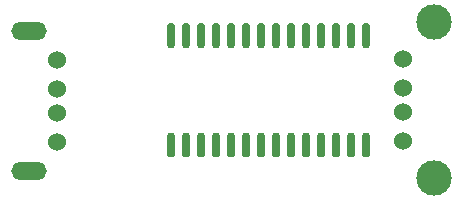
<source format=gbp>
G04 #@! TF.GenerationSoftware,KiCad,Pcbnew,(5.1.2)-1*
G04 #@! TF.CreationDate,2021-07-24T10:23:43+09:00*
G04 #@! TF.ProjectId,PS2USB,50533255-5342-42e6-9b69-6361645f7063,v2.1*
G04 #@! TF.SameCoordinates,Original*
G04 #@! TF.FileFunction,Paste,Bot*
G04 #@! TF.FilePolarity,Positive*
%FSLAX46Y46*%
G04 Gerber Fmt 4.6, Leading zero omitted, Abs format (unit mm)*
G04 Created by KiCad (PCBNEW (5.1.2)-1) date 2021-07-24 10:23:43*
%MOMM*%
%LPD*%
G04 APERTURE LIST*
%ADD10C,1.524000*%
%ADD11O,3.000000X1.500000*%
%ADD12C,3.000000*%
%ADD13C,0.050000*%
%ADD14C,0.600000*%
G04 APERTURE END LIST*
D10*
X77700000Y-95100000D03*
X77700000Y-92600000D03*
X77700000Y-90600000D03*
X77700000Y-88100000D03*
D11*
X75300000Y-85700000D03*
X75300000Y-97500000D03*
D10*
X107000000Y-95000000D03*
X107000000Y-92500000D03*
X107000000Y-90500000D03*
X107000000Y-88000000D03*
D12*
X109600000Y-98070000D03*
X109600000Y-84930000D03*
D13*
G36*
X87509703Y-85025722D02*
G01*
X87524264Y-85027882D01*
X87538543Y-85031459D01*
X87552403Y-85036418D01*
X87565710Y-85042712D01*
X87578336Y-85050280D01*
X87590159Y-85059048D01*
X87601066Y-85068934D01*
X87610952Y-85079841D01*
X87619720Y-85091664D01*
X87627288Y-85104290D01*
X87633582Y-85117597D01*
X87638541Y-85131457D01*
X87642118Y-85145736D01*
X87644278Y-85160297D01*
X87645000Y-85175000D01*
X87645000Y-86925000D01*
X87644278Y-86939703D01*
X87642118Y-86954264D01*
X87638541Y-86968543D01*
X87633582Y-86982403D01*
X87627288Y-86995710D01*
X87619720Y-87008336D01*
X87610952Y-87020159D01*
X87601066Y-87031066D01*
X87590159Y-87040952D01*
X87578336Y-87049720D01*
X87565710Y-87057288D01*
X87552403Y-87063582D01*
X87538543Y-87068541D01*
X87524264Y-87072118D01*
X87509703Y-87074278D01*
X87495000Y-87075000D01*
X87195000Y-87075000D01*
X87180297Y-87074278D01*
X87165736Y-87072118D01*
X87151457Y-87068541D01*
X87137597Y-87063582D01*
X87124290Y-87057288D01*
X87111664Y-87049720D01*
X87099841Y-87040952D01*
X87088934Y-87031066D01*
X87079048Y-87020159D01*
X87070280Y-87008336D01*
X87062712Y-86995710D01*
X87056418Y-86982403D01*
X87051459Y-86968543D01*
X87047882Y-86954264D01*
X87045722Y-86939703D01*
X87045000Y-86925000D01*
X87045000Y-85175000D01*
X87045722Y-85160297D01*
X87047882Y-85145736D01*
X87051459Y-85131457D01*
X87056418Y-85117597D01*
X87062712Y-85104290D01*
X87070280Y-85091664D01*
X87079048Y-85079841D01*
X87088934Y-85068934D01*
X87099841Y-85059048D01*
X87111664Y-85050280D01*
X87124290Y-85042712D01*
X87137597Y-85036418D01*
X87151457Y-85031459D01*
X87165736Y-85027882D01*
X87180297Y-85025722D01*
X87195000Y-85025000D01*
X87495000Y-85025000D01*
X87509703Y-85025722D01*
X87509703Y-85025722D01*
G37*
D14*
X87345000Y-86050000D03*
D13*
G36*
X88779703Y-85025722D02*
G01*
X88794264Y-85027882D01*
X88808543Y-85031459D01*
X88822403Y-85036418D01*
X88835710Y-85042712D01*
X88848336Y-85050280D01*
X88860159Y-85059048D01*
X88871066Y-85068934D01*
X88880952Y-85079841D01*
X88889720Y-85091664D01*
X88897288Y-85104290D01*
X88903582Y-85117597D01*
X88908541Y-85131457D01*
X88912118Y-85145736D01*
X88914278Y-85160297D01*
X88915000Y-85175000D01*
X88915000Y-86925000D01*
X88914278Y-86939703D01*
X88912118Y-86954264D01*
X88908541Y-86968543D01*
X88903582Y-86982403D01*
X88897288Y-86995710D01*
X88889720Y-87008336D01*
X88880952Y-87020159D01*
X88871066Y-87031066D01*
X88860159Y-87040952D01*
X88848336Y-87049720D01*
X88835710Y-87057288D01*
X88822403Y-87063582D01*
X88808543Y-87068541D01*
X88794264Y-87072118D01*
X88779703Y-87074278D01*
X88765000Y-87075000D01*
X88465000Y-87075000D01*
X88450297Y-87074278D01*
X88435736Y-87072118D01*
X88421457Y-87068541D01*
X88407597Y-87063582D01*
X88394290Y-87057288D01*
X88381664Y-87049720D01*
X88369841Y-87040952D01*
X88358934Y-87031066D01*
X88349048Y-87020159D01*
X88340280Y-87008336D01*
X88332712Y-86995710D01*
X88326418Y-86982403D01*
X88321459Y-86968543D01*
X88317882Y-86954264D01*
X88315722Y-86939703D01*
X88315000Y-86925000D01*
X88315000Y-85175000D01*
X88315722Y-85160297D01*
X88317882Y-85145736D01*
X88321459Y-85131457D01*
X88326418Y-85117597D01*
X88332712Y-85104290D01*
X88340280Y-85091664D01*
X88349048Y-85079841D01*
X88358934Y-85068934D01*
X88369841Y-85059048D01*
X88381664Y-85050280D01*
X88394290Y-85042712D01*
X88407597Y-85036418D01*
X88421457Y-85031459D01*
X88435736Y-85027882D01*
X88450297Y-85025722D01*
X88465000Y-85025000D01*
X88765000Y-85025000D01*
X88779703Y-85025722D01*
X88779703Y-85025722D01*
G37*
D14*
X88615000Y-86050000D03*
D13*
G36*
X90049703Y-85025722D02*
G01*
X90064264Y-85027882D01*
X90078543Y-85031459D01*
X90092403Y-85036418D01*
X90105710Y-85042712D01*
X90118336Y-85050280D01*
X90130159Y-85059048D01*
X90141066Y-85068934D01*
X90150952Y-85079841D01*
X90159720Y-85091664D01*
X90167288Y-85104290D01*
X90173582Y-85117597D01*
X90178541Y-85131457D01*
X90182118Y-85145736D01*
X90184278Y-85160297D01*
X90185000Y-85175000D01*
X90185000Y-86925000D01*
X90184278Y-86939703D01*
X90182118Y-86954264D01*
X90178541Y-86968543D01*
X90173582Y-86982403D01*
X90167288Y-86995710D01*
X90159720Y-87008336D01*
X90150952Y-87020159D01*
X90141066Y-87031066D01*
X90130159Y-87040952D01*
X90118336Y-87049720D01*
X90105710Y-87057288D01*
X90092403Y-87063582D01*
X90078543Y-87068541D01*
X90064264Y-87072118D01*
X90049703Y-87074278D01*
X90035000Y-87075000D01*
X89735000Y-87075000D01*
X89720297Y-87074278D01*
X89705736Y-87072118D01*
X89691457Y-87068541D01*
X89677597Y-87063582D01*
X89664290Y-87057288D01*
X89651664Y-87049720D01*
X89639841Y-87040952D01*
X89628934Y-87031066D01*
X89619048Y-87020159D01*
X89610280Y-87008336D01*
X89602712Y-86995710D01*
X89596418Y-86982403D01*
X89591459Y-86968543D01*
X89587882Y-86954264D01*
X89585722Y-86939703D01*
X89585000Y-86925000D01*
X89585000Y-85175000D01*
X89585722Y-85160297D01*
X89587882Y-85145736D01*
X89591459Y-85131457D01*
X89596418Y-85117597D01*
X89602712Y-85104290D01*
X89610280Y-85091664D01*
X89619048Y-85079841D01*
X89628934Y-85068934D01*
X89639841Y-85059048D01*
X89651664Y-85050280D01*
X89664290Y-85042712D01*
X89677597Y-85036418D01*
X89691457Y-85031459D01*
X89705736Y-85027882D01*
X89720297Y-85025722D01*
X89735000Y-85025000D01*
X90035000Y-85025000D01*
X90049703Y-85025722D01*
X90049703Y-85025722D01*
G37*
D14*
X89885000Y-86050000D03*
D13*
G36*
X91319703Y-85025722D02*
G01*
X91334264Y-85027882D01*
X91348543Y-85031459D01*
X91362403Y-85036418D01*
X91375710Y-85042712D01*
X91388336Y-85050280D01*
X91400159Y-85059048D01*
X91411066Y-85068934D01*
X91420952Y-85079841D01*
X91429720Y-85091664D01*
X91437288Y-85104290D01*
X91443582Y-85117597D01*
X91448541Y-85131457D01*
X91452118Y-85145736D01*
X91454278Y-85160297D01*
X91455000Y-85175000D01*
X91455000Y-86925000D01*
X91454278Y-86939703D01*
X91452118Y-86954264D01*
X91448541Y-86968543D01*
X91443582Y-86982403D01*
X91437288Y-86995710D01*
X91429720Y-87008336D01*
X91420952Y-87020159D01*
X91411066Y-87031066D01*
X91400159Y-87040952D01*
X91388336Y-87049720D01*
X91375710Y-87057288D01*
X91362403Y-87063582D01*
X91348543Y-87068541D01*
X91334264Y-87072118D01*
X91319703Y-87074278D01*
X91305000Y-87075000D01*
X91005000Y-87075000D01*
X90990297Y-87074278D01*
X90975736Y-87072118D01*
X90961457Y-87068541D01*
X90947597Y-87063582D01*
X90934290Y-87057288D01*
X90921664Y-87049720D01*
X90909841Y-87040952D01*
X90898934Y-87031066D01*
X90889048Y-87020159D01*
X90880280Y-87008336D01*
X90872712Y-86995710D01*
X90866418Y-86982403D01*
X90861459Y-86968543D01*
X90857882Y-86954264D01*
X90855722Y-86939703D01*
X90855000Y-86925000D01*
X90855000Y-85175000D01*
X90855722Y-85160297D01*
X90857882Y-85145736D01*
X90861459Y-85131457D01*
X90866418Y-85117597D01*
X90872712Y-85104290D01*
X90880280Y-85091664D01*
X90889048Y-85079841D01*
X90898934Y-85068934D01*
X90909841Y-85059048D01*
X90921664Y-85050280D01*
X90934290Y-85042712D01*
X90947597Y-85036418D01*
X90961457Y-85031459D01*
X90975736Y-85027882D01*
X90990297Y-85025722D01*
X91005000Y-85025000D01*
X91305000Y-85025000D01*
X91319703Y-85025722D01*
X91319703Y-85025722D01*
G37*
D14*
X91155000Y-86050000D03*
D13*
G36*
X92589703Y-85025722D02*
G01*
X92604264Y-85027882D01*
X92618543Y-85031459D01*
X92632403Y-85036418D01*
X92645710Y-85042712D01*
X92658336Y-85050280D01*
X92670159Y-85059048D01*
X92681066Y-85068934D01*
X92690952Y-85079841D01*
X92699720Y-85091664D01*
X92707288Y-85104290D01*
X92713582Y-85117597D01*
X92718541Y-85131457D01*
X92722118Y-85145736D01*
X92724278Y-85160297D01*
X92725000Y-85175000D01*
X92725000Y-86925000D01*
X92724278Y-86939703D01*
X92722118Y-86954264D01*
X92718541Y-86968543D01*
X92713582Y-86982403D01*
X92707288Y-86995710D01*
X92699720Y-87008336D01*
X92690952Y-87020159D01*
X92681066Y-87031066D01*
X92670159Y-87040952D01*
X92658336Y-87049720D01*
X92645710Y-87057288D01*
X92632403Y-87063582D01*
X92618543Y-87068541D01*
X92604264Y-87072118D01*
X92589703Y-87074278D01*
X92575000Y-87075000D01*
X92275000Y-87075000D01*
X92260297Y-87074278D01*
X92245736Y-87072118D01*
X92231457Y-87068541D01*
X92217597Y-87063582D01*
X92204290Y-87057288D01*
X92191664Y-87049720D01*
X92179841Y-87040952D01*
X92168934Y-87031066D01*
X92159048Y-87020159D01*
X92150280Y-87008336D01*
X92142712Y-86995710D01*
X92136418Y-86982403D01*
X92131459Y-86968543D01*
X92127882Y-86954264D01*
X92125722Y-86939703D01*
X92125000Y-86925000D01*
X92125000Y-85175000D01*
X92125722Y-85160297D01*
X92127882Y-85145736D01*
X92131459Y-85131457D01*
X92136418Y-85117597D01*
X92142712Y-85104290D01*
X92150280Y-85091664D01*
X92159048Y-85079841D01*
X92168934Y-85068934D01*
X92179841Y-85059048D01*
X92191664Y-85050280D01*
X92204290Y-85042712D01*
X92217597Y-85036418D01*
X92231457Y-85031459D01*
X92245736Y-85027882D01*
X92260297Y-85025722D01*
X92275000Y-85025000D01*
X92575000Y-85025000D01*
X92589703Y-85025722D01*
X92589703Y-85025722D01*
G37*
D14*
X92425000Y-86050000D03*
D13*
G36*
X93859703Y-85025722D02*
G01*
X93874264Y-85027882D01*
X93888543Y-85031459D01*
X93902403Y-85036418D01*
X93915710Y-85042712D01*
X93928336Y-85050280D01*
X93940159Y-85059048D01*
X93951066Y-85068934D01*
X93960952Y-85079841D01*
X93969720Y-85091664D01*
X93977288Y-85104290D01*
X93983582Y-85117597D01*
X93988541Y-85131457D01*
X93992118Y-85145736D01*
X93994278Y-85160297D01*
X93995000Y-85175000D01*
X93995000Y-86925000D01*
X93994278Y-86939703D01*
X93992118Y-86954264D01*
X93988541Y-86968543D01*
X93983582Y-86982403D01*
X93977288Y-86995710D01*
X93969720Y-87008336D01*
X93960952Y-87020159D01*
X93951066Y-87031066D01*
X93940159Y-87040952D01*
X93928336Y-87049720D01*
X93915710Y-87057288D01*
X93902403Y-87063582D01*
X93888543Y-87068541D01*
X93874264Y-87072118D01*
X93859703Y-87074278D01*
X93845000Y-87075000D01*
X93545000Y-87075000D01*
X93530297Y-87074278D01*
X93515736Y-87072118D01*
X93501457Y-87068541D01*
X93487597Y-87063582D01*
X93474290Y-87057288D01*
X93461664Y-87049720D01*
X93449841Y-87040952D01*
X93438934Y-87031066D01*
X93429048Y-87020159D01*
X93420280Y-87008336D01*
X93412712Y-86995710D01*
X93406418Y-86982403D01*
X93401459Y-86968543D01*
X93397882Y-86954264D01*
X93395722Y-86939703D01*
X93395000Y-86925000D01*
X93395000Y-85175000D01*
X93395722Y-85160297D01*
X93397882Y-85145736D01*
X93401459Y-85131457D01*
X93406418Y-85117597D01*
X93412712Y-85104290D01*
X93420280Y-85091664D01*
X93429048Y-85079841D01*
X93438934Y-85068934D01*
X93449841Y-85059048D01*
X93461664Y-85050280D01*
X93474290Y-85042712D01*
X93487597Y-85036418D01*
X93501457Y-85031459D01*
X93515736Y-85027882D01*
X93530297Y-85025722D01*
X93545000Y-85025000D01*
X93845000Y-85025000D01*
X93859703Y-85025722D01*
X93859703Y-85025722D01*
G37*
D14*
X93695000Y-86050000D03*
D13*
G36*
X95129703Y-85025722D02*
G01*
X95144264Y-85027882D01*
X95158543Y-85031459D01*
X95172403Y-85036418D01*
X95185710Y-85042712D01*
X95198336Y-85050280D01*
X95210159Y-85059048D01*
X95221066Y-85068934D01*
X95230952Y-85079841D01*
X95239720Y-85091664D01*
X95247288Y-85104290D01*
X95253582Y-85117597D01*
X95258541Y-85131457D01*
X95262118Y-85145736D01*
X95264278Y-85160297D01*
X95265000Y-85175000D01*
X95265000Y-86925000D01*
X95264278Y-86939703D01*
X95262118Y-86954264D01*
X95258541Y-86968543D01*
X95253582Y-86982403D01*
X95247288Y-86995710D01*
X95239720Y-87008336D01*
X95230952Y-87020159D01*
X95221066Y-87031066D01*
X95210159Y-87040952D01*
X95198336Y-87049720D01*
X95185710Y-87057288D01*
X95172403Y-87063582D01*
X95158543Y-87068541D01*
X95144264Y-87072118D01*
X95129703Y-87074278D01*
X95115000Y-87075000D01*
X94815000Y-87075000D01*
X94800297Y-87074278D01*
X94785736Y-87072118D01*
X94771457Y-87068541D01*
X94757597Y-87063582D01*
X94744290Y-87057288D01*
X94731664Y-87049720D01*
X94719841Y-87040952D01*
X94708934Y-87031066D01*
X94699048Y-87020159D01*
X94690280Y-87008336D01*
X94682712Y-86995710D01*
X94676418Y-86982403D01*
X94671459Y-86968543D01*
X94667882Y-86954264D01*
X94665722Y-86939703D01*
X94665000Y-86925000D01*
X94665000Y-85175000D01*
X94665722Y-85160297D01*
X94667882Y-85145736D01*
X94671459Y-85131457D01*
X94676418Y-85117597D01*
X94682712Y-85104290D01*
X94690280Y-85091664D01*
X94699048Y-85079841D01*
X94708934Y-85068934D01*
X94719841Y-85059048D01*
X94731664Y-85050280D01*
X94744290Y-85042712D01*
X94757597Y-85036418D01*
X94771457Y-85031459D01*
X94785736Y-85027882D01*
X94800297Y-85025722D01*
X94815000Y-85025000D01*
X95115000Y-85025000D01*
X95129703Y-85025722D01*
X95129703Y-85025722D01*
G37*
D14*
X94965000Y-86050000D03*
D13*
G36*
X96399703Y-85025722D02*
G01*
X96414264Y-85027882D01*
X96428543Y-85031459D01*
X96442403Y-85036418D01*
X96455710Y-85042712D01*
X96468336Y-85050280D01*
X96480159Y-85059048D01*
X96491066Y-85068934D01*
X96500952Y-85079841D01*
X96509720Y-85091664D01*
X96517288Y-85104290D01*
X96523582Y-85117597D01*
X96528541Y-85131457D01*
X96532118Y-85145736D01*
X96534278Y-85160297D01*
X96535000Y-85175000D01*
X96535000Y-86925000D01*
X96534278Y-86939703D01*
X96532118Y-86954264D01*
X96528541Y-86968543D01*
X96523582Y-86982403D01*
X96517288Y-86995710D01*
X96509720Y-87008336D01*
X96500952Y-87020159D01*
X96491066Y-87031066D01*
X96480159Y-87040952D01*
X96468336Y-87049720D01*
X96455710Y-87057288D01*
X96442403Y-87063582D01*
X96428543Y-87068541D01*
X96414264Y-87072118D01*
X96399703Y-87074278D01*
X96385000Y-87075000D01*
X96085000Y-87075000D01*
X96070297Y-87074278D01*
X96055736Y-87072118D01*
X96041457Y-87068541D01*
X96027597Y-87063582D01*
X96014290Y-87057288D01*
X96001664Y-87049720D01*
X95989841Y-87040952D01*
X95978934Y-87031066D01*
X95969048Y-87020159D01*
X95960280Y-87008336D01*
X95952712Y-86995710D01*
X95946418Y-86982403D01*
X95941459Y-86968543D01*
X95937882Y-86954264D01*
X95935722Y-86939703D01*
X95935000Y-86925000D01*
X95935000Y-85175000D01*
X95935722Y-85160297D01*
X95937882Y-85145736D01*
X95941459Y-85131457D01*
X95946418Y-85117597D01*
X95952712Y-85104290D01*
X95960280Y-85091664D01*
X95969048Y-85079841D01*
X95978934Y-85068934D01*
X95989841Y-85059048D01*
X96001664Y-85050280D01*
X96014290Y-85042712D01*
X96027597Y-85036418D01*
X96041457Y-85031459D01*
X96055736Y-85027882D01*
X96070297Y-85025722D01*
X96085000Y-85025000D01*
X96385000Y-85025000D01*
X96399703Y-85025722D01*
X96399703Y-85025722D01*
G37*
D14*
X96235000Y-86050000D03*
D13*
G36*
X97669703Y-85025722D02*
G01*
X97684264Y-85027882D01*
X97698543Y-85031459D01*
X97712403Y-85036418D01*
X97725710Y-85042712D01*
X97738336Y-85050280D01*
X97750159Y-85059048D01*
X97761066Y-85068934D01*
X97770952Y-85079841D01*
X97779720Y-85091664D01*
X97787288Y-85104290D01*
X97793582Y-85117597D01*
X97798541Y-85131457D01*
X97802118Y-85145736D01*
X97804278Y-85160297D01*
X97805000Y-85175000D01*
X97805000Y-86925000D01*
X97804278Y-86939703D01*
X97802118Y-86954264D01*
X97798541Y-86968543D01*
X97793582Y-86982403D01*
X97787288Y-86995710D01*
X97779720Y-87008336D01*
X97770952Y-87020159D01*
X97761066Y-87031066D01*
X97750159Y-87040952D01*
X97738336Y-87049720D01*
X97725710Y-87057288D01*
X97712403Y-87063582D01*
X97698543Y-87068541D01*
X97684264Y-87072118D01*
X97669703Y-87074278D01*
X97655000Y-87075000D01*
X97355000Y-87075000D01*
X97340297Y-87074278D01*
X97325736Y-87072118D01*
X97311457Y-87068541D01*
X97297597Y-87063582D01*
X97284290Y-87057288D01*
X97271664Y-87049720D01*
X97259841Y-87040952D01*
X97248934Y-87031066D01*
X97239048Y-87020159D01*
X97230280Y-87008336D01*
X97222712Y-86995710D01*
X97216418Y-86982403D01*
X97211459Y-86968543D01*
X97207882Y-86954264D01*
X97205722Y-86939703D01*
X97205000Y-86925000D01*
X97205000Y-85175000D01*
X97205722Y-85160297D01*
X97207882Y-85145736D01*
X97211459Y-85131457D01*
X97216418Y-85117597D01*
X97222712Y-85104290D01*
X97230280Y-85091664D01*
X97239048Y-85079841D01*
X97248934Y-85068934D01*
X97259841Y-85059048D01*
X97271664Y-85050280D01*
X97284290Y-85042712D01*
X97297597Y-85036418D01*
X97311457Y-85031459D01*
X97325736Y-85027882D01*
X97340297Y-85025722D01*
X97355000Y-85025000D01*
X97655000Y-85025000D01*
X97669703Y-85025722D01*
X97669703Y-85025722D01*
G37*
D14*
X97505000Y-86050000D03*
D13*
G36*
X98939703Y-85025722D02*
G01*
X98954264Y-85027882D01*
X98968543Y-85031459D01*
X98982403Y-85036418D01*
X98995710Y-85042712D01*
X99008336Y-85050280D01*
X99020159Y-85059048D01*
X99031066Y-85068934D01*
X99040952Y-85079841D01*
X99049720Y-85091664D01*
X99057288Y-85104290D01*
X99063582Y-85117597D01*
X99068541Y-85131457D01*
X99072118Y-85145736D01*
X99074278Y-85160297D01*
X99075000Y-85175000D01*
X99075000Y-86925000D01*
X99074278Y-86939703D01*
X99072118Y-86954264D01*
X99068541Y-86968543D01*
X99063582Y-86982403D01*
X99057288Y-86995710D01*
X99049720Y-87008336D01*
X99040952Y-87020159D01*
X99031066Y-87031066D01*
X99020159Y-87040952D01*
X99008336Y-87049720D01*
X98995710Y-87057288D01*
X98982403Y-87063582D01*
X98968543Y-87068541D01*
X98954264Y-87072118D01*
X98939703Y-87074278D01*
X98925000Y-87075000D01*
X98625000Y-87075000D01*
X98610297Y-87074278D01*
X98595736Y-87072118D01*
X98581457Y-87068541D01*
X98567597Y-87063582D01*
X98554290Y-87057288D01*
X98541664Y-87049720D01*
X98529841Y-87040952D01*
X98518934Y-87031066D01*
X98509048Y-87020159D01*
X98500280Y-87008336D01*
X98492712Y-86995710D01*
X98486418Y-86982403D01*
X98481459Y-86968543D01*
X98477882Y-86954264D01*
X98475722Y-86939703D01*
X98475000Y-86925000D01*
X98475000Y-85175000D01*
X98475722Y-85160297D01*
X98477882Y-85145736D01*
X98481459Y-85131457D01*
X98486418Y-85117597D01*
X98492712Y-85104290D01*
X98500280Y-85091664D01*
X98509048Y-85079841D01*
X98518934Y-85068934D01*
X98529841Y-85059048D01*
X98541664Y-85050280D01*
X98554290Y-85042712D01*
X98567597Y-85036418D01*
X98581457Y-85031459D01*
X98595736Y-85027882D01*
X98610297Y-85025722D01*
X98625000Y-85025000D01*
X98925000Y-85025000D01*
X98939703Y-85025722D01*
X98939703Y-85025722D01*
G37*
D14*
X98775000Y-86050000D03*
D13*
G36*
X100209703Y-85025722D02*
G01*
X100224264Y-85027882D01*
X100238543Y-85031459D01*
X100252403Y-85036418D01*
X100265710Y-85042712D01*
X100278336Y-85050280D01*
X100290159Y-85059048D01*
X100301066Y-85068934D01*
X100310952Y-85079841D01*
X100319720Y-85091664D01*
X100327288Y-85104290D01*
X100333582Y-85117597D01*
X100338541Y-85131457D01*
X100342118Y-85145736D01*
X100344278Y-85160297D01*
X100345000Y-85175000D01*
X100345000Y-86925000D01*
X100344278Y-86939703D01*
X100342118Y-86954264D01*
X100338541Y-86968543D01*
X100333582Y-86982403D01*
X100327288Y-86995710D01*
X100319720Y-87008336D01*
X100310952Y-87020159D01*
X100301066Y-87031066D01*
X100290159Y-87040952D01*
X100278336Y-87049720D01*
X100265710Y-87057288D01*
X100252403Y-87063582D01*
X100238543Y-87068541D01*
X100224264Y-87072118D01*
X100209703Y-87074278D01*
X100195000Y-87075000D01*
X99895000Y-87075000D01*
X99880297Y-87074278D01*
X99865736Y-87072118D01*
X99851457Y-87068541D01*
X99837597Y-87063582D01*
X99824290Y-87057288D01*
X99811664Y-87049720D01*
X99799841Y-87040952D01*
X99788934Y-87031066D01*
X99779048Y-87020159D01*
X99770280Y-87008336D01*
X99762712Y-86995710D01*
X99756418Y-86982403D01*
X99751459Y-86968543D01*
X99747882Y-86954264D01*
X99745722Y-86939703D01*
X99745000Y-86925000D01*
X99745000Y-85175000D01*
X99745722Y-85160297D01*
X99747882Y-85145736D01*
X99751459Y-85131457D01*
X99756418Y-85117597D01*
X99762712Y-85104290D01*
X99770280Y-85091664D01*
X99779048Y-85079841D01*
X99788934Y-85068934D01*
X99799841Y-85059048D01*
X99811664Y-85050280D01*
X99824290Y-85042712D01*
X99837597Y-85036418D01*
X99851457Y-85031459D01*
X99865736Y-85027882D01*
X99880297Y-85025722D01*
X99895000Y-85025000D01*
X100195000Y-85025000D01*
X100209703Y-85025722D01*
X100209703Y-85025722D01*
G37*
D14*
X100045000Y-86050000D03*
D13*
G36*
X101479703Y-85025722D02*
G01*
X101494264Y-85027882D01*
X101508543Y-85031459D01*
X101522403Y-85036418D01*
X101535710Y-85042712D01*
X101548336Y-85050280D01*
X101560159Y-85059048D01*
X101571066Y-85068934D01*
X101580952Y-85079841D01*
X101589720Y-85091664D01*
X101597288Y-85104290D01*
X101603582Y-85117597D01*
X101608541Y-85131457D01*
X101612118Y-85145736D01*
X101614278Y-85160297D01*
X101615000Y-85175000D01*
X101615000Y-86925000D01*
X101614278Y-86939703D01*
X101612118Y-86954264D01*
X101608541Y-86968543D01*
X101603582Y-86982403D01*
X101597288Y-86995710D01*
X101589720Y-87008336D01*
X101580952Y-87020159D01*
X101571066Y-87031066D01*
X101560159Y-87040952D01*
X101548336Y-87049720D01*
X101535710Y-87057288D01*
X101522403Y-87063582D01*
X101508543Y-87068541D01*
X101494264Y-87072118D01*
X101479703Y-87074278D01*
X101465000Y-87075000D01*
X101165000Y-87075000D01*
X101150297Y-87074278D01*
X101135736Y-87072118D01*
X101121457Y-87068541D01*
X101107597Y-87063582D01*
X101094290Y-87057288D01*
X101081664Y-87049720D01*
X101069841Y-87040952D01*
X101058934Y-87031066D01*
X101049048Y-87020159D01*
X101040280Y-87008336D01*
X101032712Y-86995710D01*
X101026418Y-86982403D01*
X101021459Y-86968543D01*
X101017882Y-86954264D01*
X101015722Y-86939703D01*
X101015000Y-86925000D01*
X101015000Y-85175000D01*
X101015722Y-85160297D01*
X101017882Y-85145736D01*
X101021459Y-85131457D01*
X101026418Y-85117597D01*
X101032712Y-85104290D01*
X101040280Y-85091664D01*
X101049048Y-85079841D01*
X101058934Y-85068934D01*
X101069841Y-85059048D01*
X101081664Y-85050280D01*
X101094290Y-85042712D01*
X101107597Y-85036418D01*
X101121457Y-85031459D01*
X101135736Y-85027882D01*
X101150297Y-85025722D01*
X101165000Y-85025000D01*
X101465000Y-85025000D01*
X101479703Y-85025722D01*
X101479703Y-85025722D01*
G37*
D14*
X101315000Y-86050000D03*
D13*
G36*
X102749703Y-85025722D02*
G01*
X102764264Y-85027882D01*
X102778543Y-85031459D01*
X102792403Y-85036418D01*
X102805710Y-85042712D01*
X102818336Y-85050280D01*
X102830159Y-85059048D01*
X102841066Y-85068934D01*
X102850952Y-85079841D01*
X102859720Y-85091664D01*
X102867288Y-85104290D01*
X102873582Y-85117597D01*
X102878541Y-85131457D01*
X102882118Y-85145736D01*
X102884278Y-85160297D01*
X102885000Y-85175000D01*
X102885000Y-86925000D01*
X102884278Y-86939703D01*
X102882118Y-86954264D01*
X102878541Y-86968543D01*
X102873582Y-86982403D01*
X102867288Y-86995710D01*
X102859720Y-87008336D01*
X102850952Y-87020159D01*
X102841066Y-87031066D01*
X102830159Y-87040952D01*
X102818336Y-87049720D01*
X102805710Y-87057288D01*
X102792403Y-87063582D01*
X102778543Y-87068541D01*
X102764264Y-87072118D01*
X102749703Y-87074278D01*
X102735000Y-87075000D01*
X102435000Y-87075000D01*
X102420297Y-87074278D01*
X102405736Y-87072118D01*
X102391457Y-87068541D01*
X102377597Y-87063582D01*
X102364290Y-87057288D01*
X102351664Y-87049720D01*
X102339841Y-87040952D01*
X102328934Y-87031066D01*
X102319048Y-87020159D01*
X102310280Y-87008336D01*
X102302712Y-86995710D01*
X102296418Y-86982403D01*
X102291459Y-86968543D01*
X102287882Y-86954264D01*
X102285722Y-86939703D01*
X102285000Y-86925000D01*
X102285000Y-85175000D01*
X102285722Y-85160297D01*
X102287882Y-85145736D01*
X102291459Y-85131457D01*
X102296418Y-85117597D01*
X102302712Y-85104290D01*
X102310280Y-85091664D01*
X102319048Y-85079841D01*
X102328934Y-85068934D01*
X102339841Y-85059048D01*
X102351664Y-85050280D01*
X102364290Y-85042712D01*
X102377597Y-85036418D01*
X102391457Y-85031459D01*
X102405736Y-85027882D01*
X102420297Y-85025722D01*
X102435000Y-85025000D01*
X102735000Y-85025000D01*
X102749703Y-85025722D01*
X102749703Y-85025722D01*
G37*
D14*
X102585000Y-86050000D03*
D13*
G36*
X104019703Y-85025722D02*
G01*
X104034264Y-85027882D01*
X104048543Y-85031459D01*
X104062403Y-85036418D01*
X104075710Y-85042712D01*
X104088336Y-85050280D01*
X104100159Y-85059048D01*
X104111066Y-85068934D01*
X104120952Y-85079841D01*
X104129720Y-85091664D01*
X104137288Y-85104290D01*
X104143582Y-85117597D01*
X104148541Y-85131457D01*
X104152118Y-85145736D01*
X104154278Y-85160297D01*
X104155000Y-85175000D01*
X104155000Y-86925000D01*
X104154278Y-86939703D01*
X104152118Y-86954264D01*
X104148541Y-86968543D01*
X104143582Y-86982403D01*
X104137288Y-86995710D01*
X104129720Y-87008336D01*
X104120952Y-87020159D01*
X104111066Y-87031066D01*
X104100159Y-87040952D01*
X104088336Y-87049720D01*
X104075710Y-87057288D01*
X104062403Y-87063582D01*
X104048543Y-87068541D01*
X104034264Y-87072118D01*
X104019703Y-87074278D01*
X104005000Y-87075000D01*
X103705000Y-87075000D01*
X103690297Y-87074278D01*
X103675736Y-87072118D01*
X103661457Y-87068541D01*
X103647597Y-87063582D01*
X103634290Y-87057288D01*
X103621664Y-87049720D01*
X103609841Y-87040952D01*
X103598934Y-87031066D01*
X103589048Y-87020159D01*
X103580280Y-87008336D01*
X103572712Y-86995710D01*
X103566418Y-86982403D01*
X103561459Y-86968543D01*
X103557882Y-86954264D01*
X103555722Y-86939703D01*
X103555000Y-86925000D01*
X103555000Y-85175000D01*
X103555722Y-85160297D01*
X103557882Y-85145736D01*
X103561459Y-85131457D01*
X103566418Y-85117597D01*
X103572712Y-85104290D01*
X103580280Y-85091664D01*
X103589048Y-85079841D01*
X103598934Y-85068934D01*
X103609841Y-85059048D01*
X103621664Y-85050280D01*
X103634290Y-85042712D01*
X103647597Y-85036418D01*
X103661457Y-85031459D01*
X103675736Y-85027882D01*
X103690297Y-85025722D01*
X103705000Y-85025000D01*
X104005000Y-85025000D01*
X104019703Y-85025722D01*
X104019703Y-85025722D01*
G37*
D14*
X103855000Y-86050000D03*
D13*
G36*
X104019703Y-94325722D02*
G01*
X104034264Y-94327882D01*
X104048543Y-94331459D01*
X104062403Y-94336418D01*
X104075710Y-94342712D01*
X104088336Y-94350280D01*
X104100159Y-94359048D01*
X104111066Y-94368934D01*
X104120952Y-94379841D01*
X104129720Y-94391664D01*
X104137288Y-94404290D01*
X104143582Y-94417597D01*
X104148541Y-94431457D01*
X104152118Y-94445736D01*
X104154278Y-94460297D01*
X104155000Y-94475000D01*
X104155000Y-96225000D01*
X104154278Y-96239703D01*
X104152118Y-96254264D01*
X104148541Y-96268543D01*
X104143582Y-96282403D01*
X104137288Y-96295710D01*
X104129720Y-96308336D01*
X104120952Y-96320159D01*
X104111066Y-96331066D01*
X104100159Y-96340952D01*
X104088336Y-96349720D01*
X104075710Y-96357288D01*
X104062403Y-96363582D01*
X104048543Y-96368541D01*
X104034264Y-96372118D01*
X104019703Y-96374278D01*
X104005000Y-96375000D01*
X103705000Y-96375000D01*
X103690297Y-96374278D01*
X103675736Y-96372118D01*
X103661457Y-96368541D01*
X103647597Y-96363582D01*
X103634290Y-96357288D01*
X103621664Y-96349720D01*
X103609841Y-96340952D01*
X103598934Y-96331066D01*
X103589048Y-96320159D01*
X103580280Y-96308336D01*
X103572712Y-96295710D01*
X103566418Y-96282403D01*
X103561459Y-96268543D01*
X103557882Y-96254264D01*
X103555722Y-96239703D01*
X103555000Y-96225000D01*
X103555000Y-94475000D01*
X103555722Y-94460297D01*
X103557882Y-94445736D01*
X103561459Y-94431457D01*
X103566418Y-94417597D01*
X103572712Y-94404290D01*
X103580280Y-94391664D01*
X103589048Y-94379841D01*
X103598934Y-94368934D01*
X103609841Y-94359048D01*
X103621664Y-94350280D01*
X103634290Y-94342712D01*
X103647597Y-94336418D01*
X103661457Y-94331459D01*
X103675736Y-94327882D01*
X103690297Y-94325722D01*
X103705000Y-94325000D01*
X104005000Y-94325000D01*
X104019703Y-94325722D01*
X104019703Y-94325722D01*
G37*
D14*
X103855000Y-95350000D03*
D13*
G36*
X102749703Y-94325722D02*
G01*
X102764264Y-94327882D01*
X102778543Y-94331459D01*
X102792403Y-94336418D01*
X102805710Y-94342712D01*
X102818336Y-94350280D01*
X102830159Y-94359048D01*
X102841066Y-94368934D01*
X102850952Y-94379841D01*
X102859720Y-94391664D01*
X102867288Y-94404290D01*
X102873582Y-94417597D01*
X102878541Y-94431457D01*
X102882118Y-94445736D01*
X102884278Y-94460297D01*
X102885000Y-94475000D01*
X102885000Y-96225000D01*
X102884278Y-96239703D01*
X102882118Y-96254264D01*
X102878541Y-96268543D01*
X102873582Y-96282403D01*
X102867288Y-96295710D01*
X102859720Y-96308336D01*
X102850952Y-96320159D01*
X102841066Y-96331066D01*
X102830159Y-96340952D01*
X102818336Y-96349720D01*
X102805710Y-96357288D01*
X102792403Y-96363582D01*
X102778543Y-96368541D01*
X102764264Y-96372118D01*
X102749703Y-96374278D01*
X102735000Y-96375000D01*
X102435000Y-96375000D01*
X102420297Y-96374278D01*
X102405736Y-96372118D01*
X102391457Y-96368541D01*
X102377597Y-96363582D01*
X102364290Y-96357288D01*
X102351664Y-96349720D01*
X102339841Y-96340952D01*
X102328934Y-96331066D01*
X102319048Y-96320159D01*
X102310280Y-96308336D01*
X102302712Y-96295710D01*
X102296418Y-96282403D01*
X102291459Y-96268543D01*
X102287882Y-96254264D01*
X102285722Y-96239703D01*
X102285000Y-96225000D01*
X102285000Y-94475000D01*
X102285722Y-94460297D01*
X102287882Y-94445736D01*
X102291459Y-94431457D01*
X102296418Y-94417597D01*
X102302712Y-94404290D01*
X102310280Y-94391664D01*
X102319048Y-94379841D01*
X102328934Y-94368934D01*
X102339841Y-94359048D01*
X102351664Y-94350280D01*
X102364290Y-94342712D01*
X102377597Y-94336418D01*
X102391457Y-94331459D01*
X102405736Y-94327882D01*
X102420297Y-94325722D01*
X102435000Y-94325000D01*
X102735000Y-94325000D01*
X102749703Y-94325722D01*
X102749703Y-94325722D01*
G37*
D14*
X102585000Y-95350000D03*
D13*
G36*
X101479703Y-94325722D02*
G01*
X101494264Y-94327882D01*
X101508543Y-94331459D01*
X101522403Y-94336418D01*
X101535710Y-94342712D01*
X101548336Y-94350280D01*
X101560159Y-94359048D01*
X101571066Y-94368934D01*
X101580952Y-94379841D01*
X101589720Y-94391664D01*
X101597288Y-94404290D01*
X101603582Y-94417597D01*
X101608541Y-94431457D01*
X101612118Y-94445736D01*
X101614278Y-94460297D01*
X101615000Y-94475000D01*
X101615000Y-96225000D01*
X101614278Y-96239703D01*
X101612118Y-96254264D01*
X101608541Y-96268543D01*
X101603582Y-96282403D01*
X101597288Y-96295710D01*
X101589720Y-96308336D01*
X101580952Y-96320159D01*
X101571066Y-96331066D01*
X101560159Y-96340952D01*
X101548336Y-96349720D01*
X101535710Y-96357288D01*
X101522403Y-96363582D01*
X101508543Y-96368541D01*
X101494264Y-96372118D01*
X101479703Y-96374278D01*
X101465000Y-96375000D01*
X101165000Y-96375000D01*
X101150297Y-96374278D01*
X101135736Y-96372118D01*
X101121457Y-96368541D01*
X101107597Y-96363582D01*
X101094290Y-96357288D01*
X101081664Y-96349720D01*
X101069841Y-96340952D01*
X101058934Y-96331066D01*
X101049048Y-96320159D01*
X101040280Y-96308336D01*
X101032712Y-96295710D01*
X101026418Y-96282403D01*
X101021459Y-96268543D01*
X101017882Y-96254264D01*
X101015722Y-96239703D01*
X101015000Y-96225000D01*
X101015000Y-94475000D01*
X101015722Y-94460297D01*
X101017882Y-94445736D01*
X101021459Y-94431457D01*
X101026418Y-94417597D01*
X101032712Y-94404290D01*
X101040280Y-94391664D01*
X101049048Y-94379841D01*
X101058934Y-94368934D01*
X101069841Y-94359048D01*
X101081664Y-94350280D01*
X101094290Y-94342712D01*
X101107597Y-94336418D01*
X101121457Y-94331459D01*
X101135736Y-94327882D01*
X101150297Y-94325722D01*
X101165000Y-94325000D01*
X101465000Y-94325000D01*
X101479703Y-94325722D01*
X101479703Y-94325722D01*
G37*
D14*
X101315000Y-95350000D03*
D13*
G36*
X100209703Y-94325722D02*
G01*
X100224264Y-94327882D01*
X100238543Y-94331459D01*
X100252403Y-94336418D01*
X100265710Y-94342712D01*
X100278336Y-94350280D01*
X100290159Y-94359048D01*
X100301066Y-94368934D01*
X100310952Y-94379841D01*
X100319720Y-94391664D01*
X100327288Y-94404290D01*
X100333582Y-94417597D01*
X100338541Y-94431457D01*
X100342118Y-94445736D01*
X100344278Y-94460297D01*
X100345000Y-94475000D01*
X100345000Y-96225000D01*
X100344278Y-96239703D01*
X100342118Y-96254264D01*
X100338541Y-96268543D01*
X100333582Y-96282403D01*
X100327288Y-96295710D01*
X100319720Y-96308336D01*
X100310952Y-96320159D01*
X100301066Y-96331066D01*
X100290159Y-96340952D01*
X100278336Y-96349720D01*
X100265710Y-96357288D01*
X100252403Y-96363582D01*
X100238543Y-96368541D01*
X100224264Y-96372118D01*
X100209703Y-96374278D01*
X100195000Y-96375000D01*
X99895000Y-96375000D01*
X99880297Y-96374278D01*
X99865736Y-96372118D01*
X99851457Y-96368541D01*
X99837597Y-96363582D01*
X99824290Y-96357288D01*
X99811664Y-96349720D01*
X99799841Y-96340952D01*
X99788934Y-96331066D01*
X99779048Y-96320159D01*
X99770280Y-96308336D01*
X99762712Y-96295710D01*
X99756418Y-96282403D01*
X99751459Y-96268543D01*
X99747882Y-96254264D01*
X99745722Y-96239703D01*
X99745000Y-96225000D01*
X99745000Y-94475000D01*
X99745722Y-94460297D01*
X99747882Y-94445736D01*
X99751459Y-94431457D01*
X99756418Y-94417597D01*
X99762712Y-94404290D01*
X99770280Y-94391664D01*
X99779048Y-94379841D01*
X99788934Y-94368934D01*
X99799841Y-94359048D01*
X99811664Y-94350280D01*
X99824290Y-94342712D01*
X99837597Y-94336418D01*
X99851457Y-94331459D01*
X99865736Y-94327882D01*
X99880297Y-94325722D01*
X99895000Y-94325000D01*
X100195000Y-94325000D01*
X100209703Y-94325722D01*
X100209703Y-94325722D01*
G37*
D14*
X100045000Y-95350000D03*
D13*
G36*
X98939703Y-94325722D02*
G01*
X98954264Y-94327882D01*
X98968543Y-94331459D01*
X98982403Y-94336418D01*
X98995710Y-94342712D01*
X99008336Y-94350280D01*
X99020159Y-94359048D01*
X99031066Y-94368934D01*
X99040952Y-94379841D01*
X99049720Y-94391664D01*
X99057288Y-94404290D01*
X99063582Y-94417597D01*
X99068541Y-94431457D01*
X99072118Y-94445736D01*
X99074278Y-94460297D01*
X99075000Y-94475000D01*
X99075000Y-96225000D01*
X99074278Y-96239703D01*
X99072118Y-96254264D01*
X99068541Y-96268543D01*
X99063582Y-96282403D01*
X99057288Y-96295710D01*
X99049720Y-96308336D01*
X99040952Y-96320159D01*
X99031066Y-96331066D01*
X99020159Y-96340952D01*
X99008336Y-96349720D01*
X98995710Y-96357288D01*
X98982403Y-96363582D01*
X98968543Y-96368541D01*
X98954264Y-96372118D01*
X98939703Y-96374278D01*
X98925000Y-96375000D01*
X98625000Y-96375000D01*
X98610297Y-96374278D01*
X98595736Y-96372118D01*
X98581457Y-96368541D01*
X98567597Y-96363582D01*
X98554290Y-96357288D01*
X98541664Y-96349720D01*
X98529841Y-96340952D01*
X98518934Y-96331066D01*
X98509048Y-96320159D01*
X98500280Y-96308336D01*
X98492712Y-96295710D01*
X98486418Y-96282403D01*
X98481459Y-96268543D01*
X98477882Y-96254264D01*
X98475722Y-96239703D01*
X98475000Y-96225000D01*
X98475000Y-94475000D01*
X98475722Y-94460297D01*
X98477882Y-94445736D01*
X98481459Y-94431457D01*
X98486418Y-94417597D01*
X98492712Y-94404290D01*
X98500280Y-94391664D01*
X98509048Y-94379841D01*
X98518934Y-94368934D01*
X98529841Y-94359048D01*
X98541664Y-94350280D01*
X98554290Y-94342712D01*
X98567597Y-94336418D01*
X98581457Y-94331459D01*
X98595736Y-94327882D01*
X98610297Y-94325722D01*
X98625000Y-94325000D01*
X98925000Y-94325000D01*
X98939703Y-94325722D01*
X98939703Y-94325722D01*
G37*
D14*
X98775000Y-95350000D03*
D13*
G36*
X97669703Y-94325722D02*
G01*
X97684264Y-94327882D01*
X97698543Y-94331459D01*
X97712403Y-94336418D01*
X97725710Y-94342712D01*
X97738336Y-94350280D01*
X97750159Y-94359048D01*
X97761066Y-94368934D01*
X97770952Y-94379841D01*
X97779720Y-94391664D01*
X97787288Y-94404290D01*
X97793582Y-94417597D01*
X97798541Y-94431457D01*
X97802118Y-94445736D01*
X97804278Y-94460297D01*
X97805000Y-94475000D01*
X97805000Y-96225000D01*
X97804278Y-96239703D01*
X97802118Y-96254264D01*
X97798541Y-96268543D01*
X97793582Y-96282403D01*
X97787288Y-96295710D01*
X97779720Y-96308336D01*
X97770952Y-96320159D01*
X97761066Y-96331066D01*
X97750159Y-96340952D01*
X97738336Y-96349720D01*
X97725710Y-96357288D01*
X97712403Y-96363582D01*
X97698543Y-96368541D01*
X97684264Y-96372118D01*
X97669703Y-96374278D01*
X97655000Y-96375000D01*
X97355000Y-96375000D01*
X97340297Y-96374278D01*
X97325736Y-96372118D01*
X97311457Y-96368541D01*
X97297597Y-96363582D01*
X97284290Y-96357288D01*
X97271664Y-96349720D01*
X97259841Y-96340952D01*
X97248934Y-96331066D01*
X97239048Y-96320159D01*
X97230280Y-96308336D01*
X97222712Y-96295710D01*
X97216418Y-96282403D01*
X97211459Y-96268543D01*
X97207882Y-96254264D01*
X97205722Y-96239703D01*
X97205000Y-96225000D01*
X97205000Y-94475000D01*
X97205722Y-94460297D01*
X97207882Y-94445736D01*
X97211459Y-94431457D01*
X97216418Y-94417597D01*
X97222712Y-94404290D01*
X97230280Y-94391664D01*
X97239048Y-94379841D01*
X97248934Y-94368934D01*
X97259841Y-94359048D01*
X97271664Y-94350280D01*
X97284290Y-94342712D01*
X97297597Y-94336418D01*
X97311457Y-94331459D01*
X97325736Y-94327882D01*
X97340297Y-94325722D01*
X97355000Y-94325000D01*
X97655000Y-94325000D01*
X97669703Y-94325722D01*
X97669703Y-94325722D01*
G37*
D14*
X97505000Y-95350000D03*
D13*
G36*
X96399703Y-94325722D02*
G01*
X96414264Y-94327882D01*
X96428543Y-94331459D01*
X96442403Y-94336418D01*
X96455710Y-94342712D01*
X96468336Y-94350280D01*
X96480159Y-94359048D01*
X96491066Y-94368934D01*
X96500952Y-94379841D01*
X96509720Y-94391664D01*
X96517288Y-94404290D01*
X96523582Y-94417597D01*
X96528541Y-94431457D01*
X96532118Y-94445736D01*
X96534278Y-94460297D01*
X96535000Y-94475000D01*
X96535000Y-96225000D01*
X96534278Y-96239703D01*
X96532118Y-96254264D01*
X96528541Y-96268543D01*
X96523582Y-96282403D01*
X96517288Y-96295710D01*
X96509720Y-96308336D01*
X96500952Y-96320159D01*
X96491066Y-96331066D01*
X96480159Y-96340952D01*
X96468336Y-96349720D01*
X96455710Y-96357288D01*
X96442403Y-96363582D01*
X96428543Y-96368541D01*
X96414264Y-96372118D01*
X96399703Y-96374278D01*
X96385000Y-96375000D01*
X96085000Y-96375000D01*
X96070297Y-96374278D01*
X96055736Y-96372118D01*
X96041457Y-96368541D01*
X96027597Y-96363582D01*
X96014290Y-96357288D01*
X96001664Y-96349720D01*
X95989841Y-96340952D01*
X95978934Y-96331066D01*
X95969048Y-96320159D01*
X95960280Y-96308336D01*
X95952712Y-96295710D01*
X95946418Y-96282403D01*
X95941459Y-96268543D01*
X95937882Y-96254264D01*
X95935722Y-96239703D01*
X95935000Y-96225000D01*
X95935000Y-94475000D01*
X95935722Y-94460297D01*
X95937882Y-94445736D01*
X95941459Y-94431457D01*
X95946418Y-94417597D01*
X95952712Y-94404290D01*
X95960280Y-94391664D01*
X95969048Y-94379841D01*
X95978934Y-94368934D01*
X95989841Y-94359048D01*
X96001664Y-94350280D01*
X96014290Y-94342712D01*
X96027597Y-94336418D01*
X96041457Y-94331459D01*
X96055736Y-94327882D01*
X96070297Y-94325722D01*
X96085000Y-94325000D01*
X96385000Y-94325000D01*
X96399703Y-94325722D01*
X96399703Y-94325722D01*
G37*
D14*
X96235000Y-95350000D03*
D13*
G36*
X95129703Y-94325722D02*
G01*
X95144264Y-94327882D01*
X95158543Y-94331459D01*
X95172403Y-94336418D01*
X95185710Y-94342712D01*
X95198336Y-94350280D01*
X95210159Y-94359048D01*
X95221066Y-94368934D01*
X95230952Y-94379841D01*
X95239720Y-94391664D01*
X95247288Y-94404290D01*
X95253582Y-94417597D01*
X95258541Y-94431457D01*
X95262118Y-94445736D01*
X95264278Y-94460297D01*
X95265000Y-94475000D01*
X95265000Y-96225000D01*
X95264278Y-96239703D01*
X95262118Y-96254264D01*
X95258541Y-96268543D01*
X95253582Y-96282403D01*
X95247288Y-96295710D01*
X95239720Y-96308336D01*
X95230952Y-96320159D01*
X95221066Y-96331066D01*
X95210159Y-96340952D01*
X95198336Y-96349720D01*
X95185710Y-96357288D01*
X95172403Y-96363582D01*
X95158543Y-96368541D01*
X95144264Y-96372118D01*
X95129703Y-96374278D01*
X95115000Y-96375000D01*
X94815000Y-96375000D01*
X94800297Y-96374278D01*
X94785736Y-96372118D01*
X94771457Y-96368541D01*
X94757597Y-96363582D01*
X94744290Y-96357288D01*
X94731664Y-96349720D01*
X94719841Y-96340952D01*
X94708934Y-96331066D01*
X94699048Y-96320159D01*
X94690280Y-96308336D01*
X94682712Y-96295710D01*
X94676418Y-96282403D01*
X94671459Y-96268543D01*
X94667882Y-96254264D01*
X94665722Y-96239703D01*
X94665000Y-96225000D01*
X94665000Y-94475000D01*
X94665722Y-94460297D01*
X94667882Y-94445736D01*
X94671459Y-94431457D01*
X94676418Y-94417597D01*
X94682712Y-94404290D01*
X94690280Y-94391664D01*
X94699048Y-94379841D01*
X94708934Y-94368934D01*
X94719841Y-94359048D01*
X94731664Y-94350280D01*
X94744290Y-94342712D01*
X94757597Y-94336418D01*
X94771457Y-94331459D01*
X94785736Y-94327882D01*
X94800297Y-94325722D01*
X94815000Y-94325000D01*
X95115000Y-94325000D01*
X95129703Y-94325722D01*
X95129703Y-94325722D01*
G37*
D14*
X94965000Y-95350000D03*
D13*
G36*
X93859703Y-94325722D02*
G01*
X93874264Y-94327882D01*
X93888543Y-94331459D01*
X93902403Y-94336418D01*
X93915710Y-94342712D01*
X93928336Y-94350280D01*
X93940159Y-94359048D01*
X93951066Y-94368934D01*
X93960952Y-94379841D01*
X93969720Y-94391664D01*
X93977288Y-94404290D01*
X93983582Y-94417597D01*
X93988541Y-94431457D01*
X93992118Y-94445736D01*
X93994278Y-94460297D01*
X93995000Y-94475000D01*
X93995000Y-96225000D01*
X93994278Y-96239703D01*
X93992118Y-96254264D01*
X93988541Y-96268543D01*
X93983582Y-96282403D01*
X93977288Y-96295710D01*
X93969720Y-96308336D01*
X93960952Y-96320159D01*
X93951066Y-96331066D01*
X93940159Y-96340952D01*
X93928336Y-96349720D01*
X93915710Y-96357288D01*
X93902403Y-96363582D01*
X93888543Y-96368541D01*
X93874264Y-96372118D01*
X93859703Y-96374278D01*
X93845000Y-96375000D01*
X93545000Y-96375000D01*
X93530297Y-96374278D01*
X93515736Y-96372118D01*
X93501457Y-96368541D01*
X93487597Y-96363582D01*
X93474290Y-96357288D01*
X93461664Y-96349720D01*
X93449841Y-96340952D01*
X93438934Y-96331066D01*
X93429048Y-96320159D01*
X93420280Y-96308336D01*
X93412712Y-96295710D01*
X93406418Y-96282403D01*
X93401459Y-96268543D01*
X93397882Y-96254264D01*
X93395722Y-96239703D01*
X93395000Y-96225000D01*
X93395000Y-94475000D01*
X93395722Y-94460297D01*
X93397882Y-94445736D01*
X93401459Y-94431457D01*
X93406418Y-94417597D01*
X93412712Y-94404290D01*
X93420280Y-94391664D01*
X93429048Y-94379841D01*
X93438934Y-94368934D01*
X93449841Y-94359048D01*
X93461664Y-94350280D01*
X93474290Y-94342712D01*
X93487597Y-94336418D01*
X93501457Y-94331459D01*
X93515736Y-94327882D01*
X93530297Y-94325722D01*
X93545000Y-94325000D01*
X93845000Y-94325000D01*
X93859703Y-94325722D01*
X93859703Y-94325722D01*
G37*
D14*
X93695000Y-95350000D03*
D13*
G36*
X92589703Y-94325722D02*
G01*
X92604264Y-94327882D01*
X92618543Y-94331459D01*
X92632403Y-94336418D01*
X92645710Y-94342712D01*
X92658336Y-94350280D01*
X92670159Y-94359048D01*
X92681066Y-94368934D01*
X92690952Y-94379841D01*
X92699720Y-94391664D01*
X92707288Y-94404290D01*
X92713582Y-94417597D01*
X92718541Y-94431457D01*
X92722118Y-94445736D01*
X92724278Y-94460297D01*
X92725000Y-94475000D01*
X92725000Y-96225000D01*
X92724278Y-96239703D01*
X92722118Y-96254264D01*
X92718541Y-96268543D01*
X92713582Y-96282403D01*
X92707288Y-96295710D01*
X92699720Y-96308336D01*
X92690952Y-96320159D01*
X92681066Y-96331066D01*
X92670159Y-96340952D01*
X92658336Y-96349720D01*
X92645710Y-96357288D01*
X92632403Y-96363582D01*
X92618543Y-96368541D01*
X92604264Y-96372118D01*
X92589703Y-96374278D01*
X92575000Y-96375000D01*
X92275000Y-96375000D01*
X92260297Y-96374278D01*
X92245736Y-96372118D01*
X92231457Y-96368541D01*
X92217597Y-96363582D01*
X92204290Y-96357288D01*
X92191664Y-96349720D01*
X92179841Y-96340952D01*
X92168934Y-96331066D01*
X92159048Y-96320159D01*
X92150280Y-96308336D01*
X92142712Y-96295710D01*
X92136418Y-96282403D01*
X92131459Y-96268543D01*
X92127882Y-96254264D01*
X92125722Y-96239703D01*
X92125000Y-96225000D01*
X92125000Y-94475000D01*
X92125722Y-94460297D01*
X92127882Y-94445736D01*
X92131459Y-94431457D01*
X92136418Y-94417597D01*
X92142712Y-94404290D01*
X92150280Y-94391664D01*
X92159048Y-94379841D01*
X92168934Y-94368934D01*
X92179841Y-94359048D01*
X92191664Y-94350280D01*
X92204290Y-94342712D01*
X92217597Y-94336418D01*
X92231457Y-94331459D01*
X92245736Y-94327882D01*
X92260297Y-94325722D01*
X92275000Y-94325000D01*
X92575000Y-94325000D01*
X92589703Y-94325722D01*
X92589703Y-94325722D01*
G37*
D14*
X92425000Y-95350000D03*
D13*
G36*
X91319703Y-94325722D02*
G01*
X91334264Y-94327882D01*
X91348543Y-94331459D01*
X91362403Y-94336418D01*
X91375710Y-94342712D01*
X91388336Y-94350280D01*
X91400159Y-94359048D01*
X91411066Y-94368934D01*
X91420952Y-94379841D01*
X91429720Y-94391664D01*
X91437288Y-94404290D01*
X91443582Y-94417597D01*
X91448541Y-94431457D01*
X91452118Y-94445736D01*
X91454278Y-94460297D01*
X91455000Y-94475000D01*
X91455000Y-96225000D01*
X91454278Y-96239703D01*
X91452118Y-96254264D01*
X91448541Y-96268543D01*
X91443582Y-96282403D01*
X91437288Y-96295710D01*
X91429720Y-96308336D01*
X91420952Y-96320159D01*
X91411066Y-96331066D01*
X91400159Y-96340952D01*
X91388336Y-96349720D01*
X91375710Y-96357288D01*
X91362403Y-96363582D01*
X91348543Y-96368541D01*
X91334264Y-96372118D01*
X91319703Y-96374278D01*
X91305000Y-96375000D01*
X91005000Y-96375000D01*
X90990297Y-96374278D01*
X90975736Y-96372118D01*
X90961457Y-96368541D01*
X90947597Y-96363582D01*
X90934290Y-96357288D01*
X90921664Y-96349720D01*
X90909841Y-96340952D01*
X90898934Y-96331066D01*
X90889048Y-96320159D01*
X90880280Y-96308336D01*
X90872712Y-96295710D01*
X90866418Y-96282403D01*
X90861459Y-96268543D01*
X90857882Y-96254264D01*
X90855722Y-96239703D01*
X90855000Y-96225000D01*
X90855000Y-94475000D01*
X90855722Y-94460297D01*
X90857882Y-94445736D01*
X90861459Y-94431457D01*
X90866418Y-94417597D01*
X90872712Y-94404290D01*
X90880280Y-94391664D01*
X90889048Y-94379841D01*
X90898934Y-94368934D01*
X90909841Y-94359048D01*
X90921664Y-94350280D01*
X90934290Y-94342712D01*
X90947597Y-94336418D01*
X90961457Y-94331459D01*
X90975736Y-94327882D01*
X90990297Y-94325722D01*
X91005000Y-94325000D01*
X91305000Y-94325000D01*
X91319703Y-94325722D01*
X91319703Y-94325722D01*
G37*
D14*
X91155000Y-95350000D03*
D13*
G36*
X90049703Y-94325722D02*
G01*
X90064264Y-94327882D01*
X90078543Y-94331459D01*
X90092403Y-94336418D01*
X90105710Y-94342712D01*
X90118336Y-94350280D01*
X90130159Y-94359048D01*
X90141066Y-94368934D01*
X90150952Y-94379841D01*
X90159720Y-94391664D01*
X90167288Y-94404290D01*
X90173582Y-94417597D01*
X90178541Y-94431457D01*
X90182118Y-94445736D01*
X90184278Y-94460297D01*
X90185000Y-94475000D01*
X90185000Y-96225000D01*
X90184278Y-96239703D01*
X90182118Y-96254264D01*
X90178541Y-96268543D01*
X90173582Y-96282403D01*
X90167288Y-96295710D01*
X90159720Y-96308336D01*
X90150952Y-96320159D01*
X90141066Y-96331066D01*
X90130159Y-96340952D01*
X90118336Y-96349720D01*
X90105710Y-96357288D01*
X90092403Y-96363582D01*
X90078543Y-96368541D01*
X90064264Y-96372118D01*
X90049703Y-96374278D01*
X90035000Y-96375000D01*
X89735000Y-96375000D01*
X89720297Y-96374278D01*
X89705736Y-96372118D01*
X89691457Y-96368541D01*
X89677597Y-96363582D01*
X89664290Y-96357288D01*
X89651664Y-96349720D01*
X89639841Y-96340952D01*
X89628934Y-96331066D01*
X89619048Y-96320159D01*
X89610280Y-96308336D01*
X89602712Y-96295710D01*
X89596418Y-96282403D01*
X89591459Y-96268543D01*
X89587882Y-96254264D01*
X89585722Y-96239703D01*
X89585000Y-96225000D01*
X89585000Y-94475000D01*
X89585722Y-94460297D01*
X89587882Y-94445736D01*
X89591459Y-94431457D01*
X89596418Y-94417597D01*
X89602712Y-94404290D01*
X89610280Y-94391664D01*
X89619048Y-94379841D01*
X89628934Y-94368934D01*
X89639841Y-94359048D01*
X89651664Y-94350280D01*
X89664290Y-94342712D01*
X89677597Y-94336418D01*
X89691457Y-94331459D01*
X89705736Y-94327882D01*
X89720297Y-94325722D01*
X89735000Y-94325000D01*
X90035000Y-94325000D01*
X90049703Y-94325722D01*
X90049703Y-94325722D01*
G37*
D14*
X89885000Y-95350000D03*
D13*
G36*
X88779703Y-94325722D02*
G01*
X88794264Y-94327882D01*
X88808543Y-94331459D01*
X88822403Y-94336418D01*
X88835710Y-94342712D01*
X88848336Y-94350280D01*
X88860159Y-94359048D01*
X88871066Y-94368934D01*
X88880952Y-94379841D01*
X88889720Y-94391664D01*
X88897288Y-94404290D01*
X88903582Y-94417597D01*
X88908541Y-94431457D01*
X88912118Y-94445736D01*
X88914278Y-94460297D01*
X88915000Y-94475000D01*
X88915000Y-96225000D01*
X88914278Y-96239703D01*
X88912118Y-96254264D01*
X88908541Y-96268543D01*
X88903582Y-96282403D01*
X88897288Y-96295710D01*
X88889720Y-96308336D01*
X88880952Y-96320159D01*
X88871066Y-96331066D01*
X88860159Y-96340952D01*
X88848336Y-96349720D01*
X88835710Y-96357288D01*
X88822403Y-96363582D01*
X88808543Y-96368541D01*
X88794264Y-96372118D01*
X88779703Y-96374278D01*
X88765000Y-96375000D01*
X88465000Y-96375000D01*
X88450297Y-96374278D01*
X88435736Y-96372118D01*
X88421457Y-96368541D01*
X88407597Y-96363582D01*
X88394290Y-96357288D01*
X88381664Y-96349720D01*
X88369841Y-96340952D01*
X88358934Y-96331066D01*
X88349048Y-96320159D01*
X88340280Y-96308336D01*
X88332712Y-96295710D01*
X88326418Y-96282403D01*
X88321459Y-96268543D01*
X88317882Y-96254264D01*
X88315722Y-96239703D01*
X88315000Y-96225000D01*
X88315000Y-94475000D01*
X88315722Y-94460297D01*
X88317882Y-94445736D01*
X88321459Y-94431457D01*
X88326418Y-94417597D01*
X88332712Y-94404290D01*
X88340280Y-94391664D01*
X88349048Y-94379841D01*
X88358934Y-94368934D01*
X88369841Y-94359048D01*
X88381664Y-94350280D01*
X88394290Y-94342712D01*
X88407597Y-94336418D01*
X88421457Y-94331459D01*
X88435736Y-94327882D01*
X88450297Y-94325722D01*
X88465000Y-94325000D01*
X88765000Y-94325000D01*
X88779703Y-94325722D01*
X88779703Y-94325722D01*
G37*
D14*
X88615000Y-95350000D03*
D13*
G36*
X87509703Y-94325722D02*
G01*
X87524264Y-94327882D01*
X87538543Y-94331459D01*
X87552403Y-94336418D01*
X87565710Y-94342712D01*
X87578336Y-94350280D01*
X87590159Y-94359048D01*
X87601066Y-94368934D01*
X87610952Y-94379841D01*
X87619720Y-94391664D01*
X87627288Y-94404290D01*
X87633582Y-94417597D01*
X87638541Y-94431457D01*
X87642118Y-94445736D01*
X87644278Y-94460297D01*
X87645000Y-94475000D01*
X87645000Y-96225000D01*
X87644278Y-96239703D01*
X87642118Y-96254264D01*
X87638541Y-96268543D01*
X87633582Y-96282403D01*
X87627288Y-96295710D01*
X87619720Y-96308336D01*
X87610952Y-96320159D01*
X87601066Y-96331066D01*
X87590159Y-96340952D01*
X87578336Y-96349720D01*
X87565710Y-96357288D01*
X87552403Y-96363582D01*
X87538543Y-96368541D01*
X87524264Y-96372118D01*
X87509703Y-96374278D01*
X87495000Y-96375000D01*
X87195000Y-96375000D01*
X87180297Y-96374278D01*
X87165736Y-96372118D01*
X87151457Y-96368541D01*
X87137597Y-96363582D01*
X87124290Y-96357288D01*
X87111664Y-96349720D01*
X87099841Y-96340952D01*
X87088934Y-96331066D01*
X87079048Y-96320159D01*
X87070280Y-96308336D01*
X87062712Y-96295710D01*
X87056418Y-96282403D01*
X87051459Y-96268543D01*
X87047882Y-96254264D01*
X87045722Y-96239703D01*
X87045000Y-96225000D01*
X87045000Y-94475000D01*
X87045722Y-94460297D01*
X87047882Y-94445736D01*
X87051459Y-94431457D01*
X87056418Y-94417597D01*
X87062712Y-94404290D01*
X87070280Y-94391664D01*
X87079048Y-94379841D01*
X87088934Y-94368934D01*
X87099841Y-94359048D01*
X87111664Y-94350280D01*
X87124290Y-94342712D01*
X87137597Y-94336418D01*
X87151457Y-94331459D01*
X87165736Y-94327882D01*
X87180297Y-94325722D01*
X87195000Y-94325000D01*
X87495000Y-94325000D01*
X87509703Y-94325722D01*
X87509703Y-94325722D01*
G37*
D14*
X87345000Y-95350000D03*
M02*

</source>
